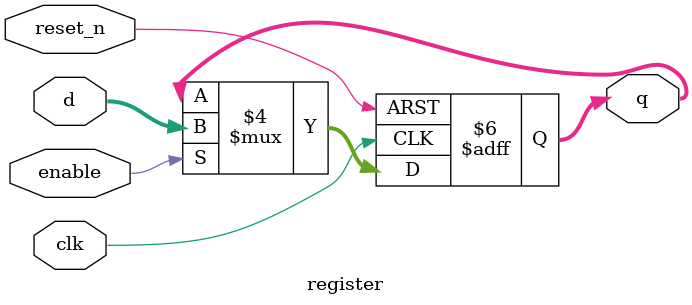
<source format=v>
`timescale 1ns / 1ps

//clk and reset_n are not explicity described in the textbook but can be assumed

module regFile(
	input[15:0] data, //databus input
	input[2:0] DR, //destination register. Address of the register to write to
	input LDREG, //active high write enable bit. 
	input[2:0] SR1, SR2, //source registers 1 and 2. Address of register to read from
	input clk, //clk
	input reset_n, //active low async reset.
	output reg[15:0] SR1out, SR2out //data from source registers 1 and 2
    );
	
	//each register is 1 word, 16 bits.
	//8 registers
	
	wire[7:0] regOut, regSelect, regEnable;
	
	decoder decode(.in(DR),.out(regSelect));
	
	genvar i;
	generate
	for(i = 0; i < 8; i = i + 1)begin
		register ri(.d(data),.enable(regEnable[i]),.clk(clk),.reset_n(reset_n),.q(regOut[i]));
		assign regEnable[i] = regSelect[i] & LDREG;
	end
	endgenerate
	
	always@(*)begin
		case(SR1)
			0: SR1out <= regOut[0];
			1: SR1out <= regOut[1];
			2: SR1out <= regOut[3];
			3: SR1out <= regOut[2];
			4: SR1out <= regOut[4];
			5: SR1out <= regOut[5];
			6: SR1out <= regOut[6];
			7: SR1out <= regOut[7];
		endcase
		case(SR2)
			0: SR2out <= regOut[0];
			1: SR2out <= regOut[1];
			2: SR2out <= regOut[3];
			3: SR2out <= regOut[2];
			4: SR2out <= regOut[4];
			5: SR2out <= regOut[5];
			6: SR2out <= regOut[6];
			7: SR2out <= regOut[7];
		endcase		
	end
		
		
endmodule

module decoder(
	input[2:0] in,
	output reg[7:0] out
	);
	always@(*)begin
		case(in)
			3'b000: out <= 8'd0;
			3'b001: out <= 8'd1;
			3'b010: out <= 8'd2;
			3'b011: out <= 8'd3;
			3'b100: out <= 8'd4;
			3'b101: out <= 8'd5;
			3'b110: out <= 8'd6;
			3'b111: out <= 8'd7;
		endcase
	end
endmodule

module register(
	input[15:0] d,
	input enable,
	input clk,
	input reset_n,
	output reg[15:0] q
	);
	
	always@(posedge clk or negedge reset_n)begin
		if(!reset_n) q <= 0;
		else if(enable) q <= d;
		else q <= q;
	end
		
endmodule
</source>
